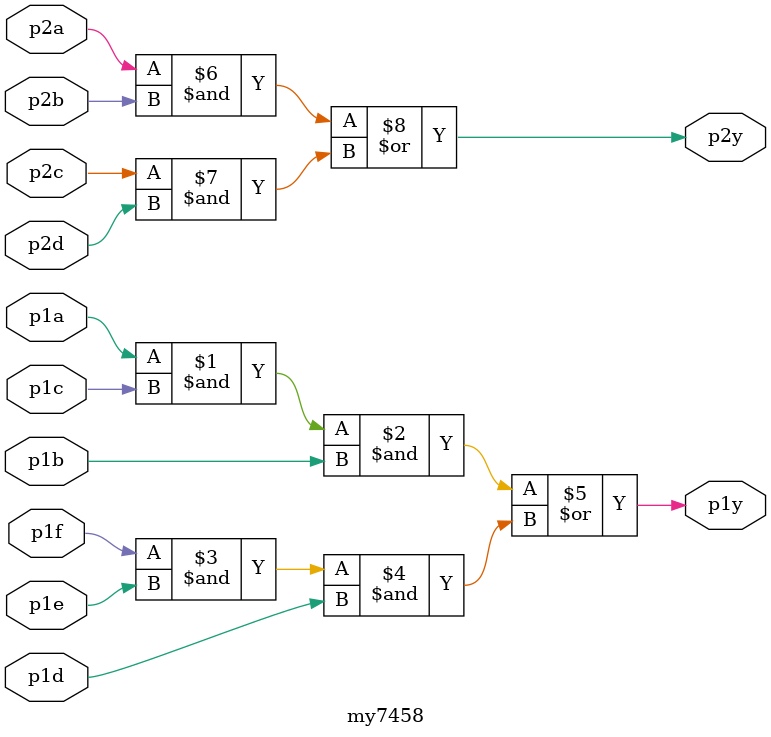
<source format=v>
`timescale 1ns / 1ps


module my7458(
    input p1a,p2a,p2b,p2c,p2d,
    output p2y,
    input p1c,p1b,p1f,p1e,p1d,
    output p1y
    );
    assign p1y=(p1a&p1c&p1b)|(p1f&p1e&p1d);
    assign p2y=(p2a&p2b)|(p2c&p2d);
    
endmodule

</source>
